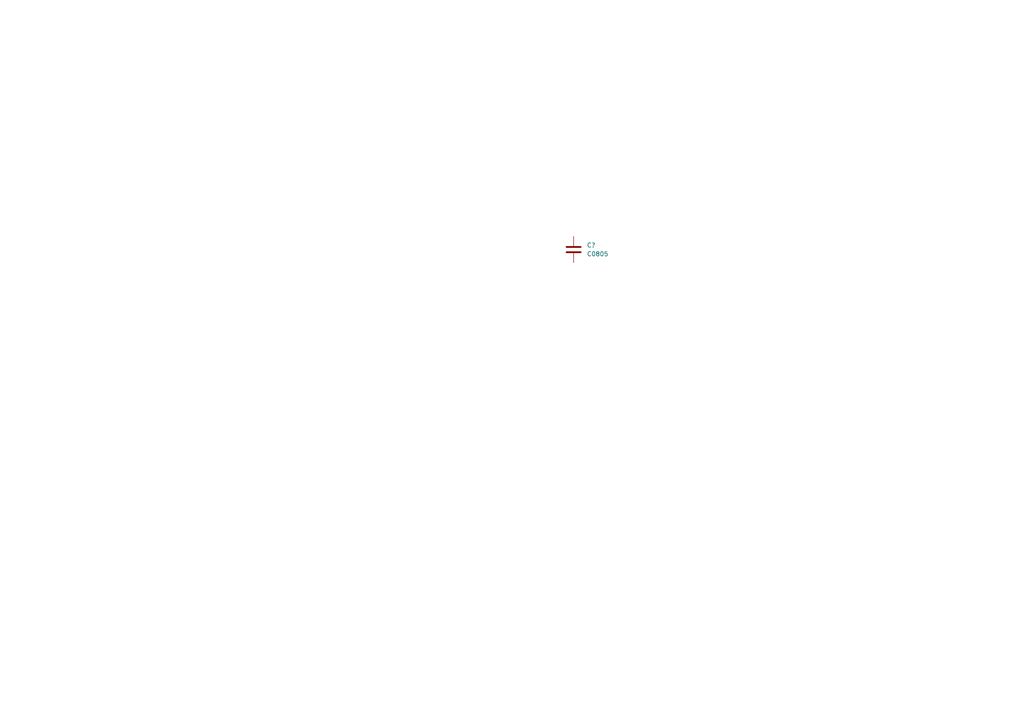
<source format=kicad_sch>
(kicad_sch (version 20211123) (generator eeschema)
  (paper "A4")
  (lib_symbols
    (symbol "1CommonUse:C0805" (pin_numbers hide) (pin_names (offset 0.254))
      (property "Reference" "C" (at 0.635 2.54 0))
      (property "Value" "C0805" (at 0.635 -2.54 0))
      (symbol "C0805_0_1"
        (polyline (pts (xy -2.032 -0.762) (xy 2.032 -0.762)) (stroke (width 0.508)))
        (polyline (pts (xy -2.032 0.762) (xy 2.032 0.762)) (stroke (width 0.508)))
      )
      (symbol "C0805_1_1"
        (pin passive line (at 0 3.81 270) (length 2.794) (name "~") (number "1"))
        (pin passive line (at 0 -3.81 90) (length 2.794) (name "~") (number "2"))
      )
    )
  )
  (symbol (lib_id "1CommonUse:C0805") (at 166.37 72.39 0) (unit 1)
    (property "Reference" "C?" (at 170.18 71.1199 0) (effects (justify left)))
    (property "Value" "C0805" (at 170.18 73.6599 0) (effects (justify left)))
    (property "Footprint" "Capacitor_SMD:C_0805_2012Metric" (effects hide))
  )
)
</source>
